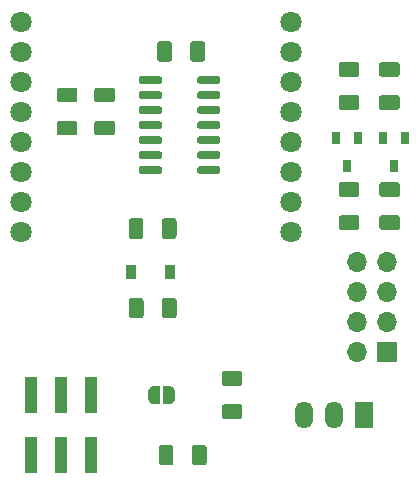
<source format=gts>
G04 #@! TF.GenerationSoftware,KiCad,Pcbnew,(5.1.5-0-10_14)*
G04 #@! TF.CreationDate,2020-04-22T00:34:19+02:00*
G04 #@! TF.ProjectId,ithowifi,6974686f-7769-4666-992e-6b696361645f,rev?*
G04 #@! TF.SameCoordinates,Original*
G04 #@! TF.FileFunction,Soldermask,Top*
G04 #@! TF.FilePolarity,Negative*
%FSLAX46Y46*%
G04 Gerber Fmt 4.6, Leading zero omitted, Abs format (unit mm)*
G04 Created by KiCad (PCBNEW (5.1.5-0-10_14)) date 2020-04-22 00:34:19*
%MOMM*%
%LPD*%
G04 APERTURE LIST*
%ADD10C,0.100000*%
%ADD11R,0.700000X1.000000*%
%ADD12R,1.000000X3.150000*%
%ADD13R,0.900000X1.200000*%
%ADD14O,1.500000X2.300000*%
%ADD15R,1.500000X2.300000*%
%ADD16C,1.800000*%
%ADD17R,1.700000X1.700000*%
%ADD18O,1.700000X1.700000*%
G04 APERTURE END LIST*
D10*
G36*
X95645504Y-115451204D02*
G01*
X95669773Y-115454804D01*
X95693571Y-115460765D01*
X95716671Y-115469030D01*
X95738849Y-115479520D01*
X95759893Y-115492133D01*
X95779598Y-115506747D01*
X95797777Y-115523223D01*
X95814253Y-115541402D01*
X95828867Y-115561107D01*
X95841480Y-115582151D01*
X95851970Y-115604329D01*
X95860235Y-115627429D01*
X95866196Y-115651227D01*
X95869796Y-115675496D01*
X95871000Y-115700000D01*
X95871000Y-116450000D01*
X95869796Y-116474504D01*
X95866196Y-116498773D01*
X95860235Y-116522571D01*
X95851970Y-116545671D01*
X95841480Y-116567849D01*
X95828867Y-116588893D01*
X95814253Y-116608598D01*
X95797777Y-116626777D01*
X95779598Y-116643253D01*
X95759893Y-116657867D01*
X95738849Y-116670480D01*
X95716671Y-116680970D01*
X95693571Y-116689235D01*
X95669773Y-116695196D01*
X95645504Y-116698796D01*
X95621000Y-116700000D01*
X94371000Y-116700000D01*
X94346496Y-116698796D01*
X94322227Y-116695196D01*
X94298429Y-116689235D01*
X94275329Y-116680970D01*
X94253151Y-116670480D01*
X94232107Y-116657867D01*
X94212402Y-116643253D01*
X94194223Y-116626777D01*
X94177747Y-116608598D01*
X94163133Y-116588893D01*
X94150520Y-116567849D01*
X94140030Y-116545671D01*
X94131765Y-116522571D01*
X94125804Y-116498773D01*
X94122204Y-116474504D01*
X94121000Y-116450000D01*
X94121000Y-115700000D01*
X94122204Y-115675496D01*
X94125804Y-115651227D01*
X94131765Y-115627429D01*
X94140030Y-115604329D01*
X94150520Y-115582151D01*
X94163133Y-115561107D01*
X94177747Y-115541402D01*
X94194223Y-115523223D01*
X94212402Y-115506747D01*
X94232107Y-115492133D01*
X94253151Y-115479520D01*
X94275329Y-115469030D01*
X94298429Y-115460765D01*
X94322227Y-115454804D01*
X94346496Y-115451204D01*
X94371000Y-115450000D01*
X95621000Y-115450000D01*
X95645504Y-115451204D01*
G37*
G36*
X95645504Y-118251204D02*
G01*
X95669773Y-118254804D01*
X95693571Y-118260765D01*
X95716671Y-118269030D01*
X95738849Y-118279520D01*
X95759893Y-118292133D01*
X95779598Y-118306747D01*
X95797777Y-118323223D01*
X95814253Y-118341402D01*
X95828867Y-118361107D01*
X95841480Y-118382151D01*
X95851970Y-118404329D01*
X95860235Y-118427429D01*
X95866196Y-118451227D01*
X95869796Y-118475496D01*
X95871000Y-118500000D01*
X95871000Y-119250000D01*
X95869796Y-119274504D01*
X95866196Y-119298773D01*
X95860235Y-119322571D01*
X95851970Y-119345671D01*
X95841480Y-119367849D01*
X95828867Y-119388893D01*
X95814253Y-119408598D01*
X95797777Y-119426777D01*
X95779598Y-119443253D01*
X95759893Y-119457867D01*
X95738849Y-119470480D01*
X95716671Y-119480970D01*
X95693571Y-119489235D01*
X95669773Y-119495196D01*
X95645504Y-119498796D01*
X95621000Y-119500000D01*
X94371000Y-119500000D01*
X94346496Y-119498796D01*
X94322227Y-119495196D01*
X94298429Y-119489235D01*
X94275329Y-119480970D01*
X94253151Y-119470480D01*
X94232107Y-119457867D01*
X94212402Y-119443253D01*
X94194223Y-119426777D01*
X94177747Y-119408598D01*
X94163133Y-119388893D01*
X94150520Y-119367849D01*
X94140030Y-119345671D01*
X94131765Y-119322571D01*
X94125804Y-119298773D01*
X94122204Y-119274504D01*
X94121000Y-119250000D01*
X94121000Y-118500000D01*
X94122204Y-118475496D01*
X94125804Y-118451227D01*
X94131765Y-118427429D01*
X94140030Y-118404329D01*
X94150520Y-118382151D01*
X94163133Y-118361107D01*
X94177747Y-118341402D01*
X94194223Y-118323223D01*
X94212402Y-118306747D01*
X94232107Y-118292133D01*
X94253151Y-118279520D01*
X94275329Y-118269030D01*
X94298429Y-118260765D01*
X94322227Y-118254804D01*
X94346496Y-118251204D01*
X94371000Y-118250000D01*
X95621000Y-118250000D01*
X95645504Y-118251204D01*
G37*
G36*
X98820504Y-115451204D02*
G01*
X98844773Y-115454804D01*
X98868571Y-115460765D01*
X98891671Y-115469030D01*
X98913849Y-115479520D01*
X98934893Y-115492133D01*
X98954598Y-115506747D01*
X98972777Y-115523223D01*
X98989253Y-115541402D01*
X99003867Y-115561107D01*
X99016480Y-115582151D01*
X99026970Y-115604329D01*
X99035235Y-115627429D01*
X99041196Y-115651227D01*
X99044796Y-115675496D01*
X99046000Y-115700000D01*
X99046000Y-116450000D01*
X99044796Y-116474504D01*
X99041196Y-116498773D01*
X99035235Y-116522571D01*
X99026970Y-116545671D01*
X99016480Y-116567849D01*
X99003867Y-116588893D01*
X98989253Y-116608598D01*
X98972777Y-116626777D01*
X98954598Y-116643253D01*
X98934893Y-116657867D01*
X98913849Y-116670480D01*
X98891671Y-116680970D01*
X98868571Y-116689235D01*
X98844773Y-116695196D01*
X98820504Y-116698796D01*
X98796000Y-116700000D01*
X97546000Y-116700000D01*
X97521496Y-116698796D01*
X97497227Y-116695196D01*
X97473429Y-116689235D01*
X97450329Y-116680970D01*
X97428151Y-116670480D01*
X97407107Y-116657867D01*
X97387402Y-116643253D01*
X97369223Y-116626777D01*
X97352747Y-116608598D01*
X97338133Y-116588893D01*
X97325520Y-116567849D01*
X97315030Y-116545671D01*
X97306765Y-116522571D01*
X97300804Y-116498773D01*
X97297204Y-116474504D01*
X97296000Y-116450000D01*
X97296000Y-115700000D01*
X97297204Y-115675496D01*
X97300804Y-115651227D01*
X97306765Y-115627429D01*
X97315030Y-115604329D01*
X97325520Y-115582151D01*
X97338133Y-115561107D01*
X97352747Y-115541402D01*
X97369223Y-115523223D01*
X97387402Y-115506747D01*
X97407107Y-115492133D01*
X97428151Y-115479520D01*
X97450329Y-115469030D01*
X97473429Y-115460765D01*
X97497227Y-115454804D01*
X97521496Y-115451204D01*
X97546000Y-115450000D01*
X98796000Y-115450000D01*
X98820504Y-115451204D01*
G37*
G36*
X98820504Y-118251204D02*
G01*
X98844773Y-118254804D01*
X98868571Y-118260765D01*
X98891671Y-118269030D01*
X98913849Y-118279520D01*
X98934893Y-118292133D01*
X98954598Y-118306747D01*
X98972777Y-118323223D01*
X98989253Y-118341402D01*
X99003867Y-118361107D01*
X99016480Y-118382151D01*
X99026970Y-118404329D01*
X99035235Y-118427429D01*
X99041196Y-118451227D01*
X99044796Y-118475496D01*
X99046000Y-118500000D01*
X99046000Y-119250000D01*
X99044796Y-119274504D01*
X99041196Y-119298773D01*
X99035235Y-119322571D01*
X99026970Y-119345671D01*
X99016480Y-119367849D01*
X99003867Y-119388893D01*
X98989253Y-119408598D01*
X98972777Y-119426777D01*
X98954598Y-119443253D01*
X98934893Y-119457867D01*
X98913849Y-119470480D01*
X98891671Y-119480970D01*
X98868571Y-119489235D01*
X98844773Y-119495196D01*
X98820504Y-119498796D01*
X98796000Y-119500000D01*
X97546000Y-119500000D01*
X97521496Y-119498796D01*
X97497227Y-119495196D01*
X97473429Y-119489235D01*
X97450329Y-119480970D01*
X97428151Y-119470480D01*
X97407107Y-119457867D01*
X97387402Y-119443253D01*
X97369223Y-119426777D01*
X97352747Y-119408598D01*
X97338133Y-119388893D01*
X97325520Y-119367849D01*
X97315030Y-119345671D01*
X97306765Y-119322571D01*
X97300804Y-119298773D01*
X97297204Y-119274504D01*
X97296000Y-119250000D01*
X97296000Y-118500000D01*
X97297204Y-118475496D01*
X97300804Y-118451227D01*
X97306765Y-118427429D01*
X97315030Y-118404329D01*
X97325520Y-118382151D01*
X97338133Y-118361107D01*
X97352747Y-118341402D01*
X97369223Y-118323223D01*
X97387402Y-118306747D01*
X97407107Y-118292133D01*
X97428151Y-118279520D01*
X97450329Y-118269030D01*
X97473429Y-118260765D01*
X97497227Y-118254804D01*
X97521496Y-118251204D01*
X97546000Y-118250000D01*
X98796000Y-118250000D01*
X98820504Y-118251204D01*
G37*
D11*
X122682000Y-122104000D03*
X121732000Y-119704000D03*
X123632000Y-119704000D03*
D10*
G36*
X106447504Y-111521204D02*
G01*
X106471773Y-111524804D01*
X106495571Y-111530765D01*
X106518671Y-111539030D01*
X106540849Y-111549520D01*
X106561893Y-111562133D01*
X106581598Y-111576747D01*
X106599777Y-111593223D01*
X106616253Y-111611402D01*
X106630867Y-111631107D01*
X106643480Y-111652151D01*
X106653970Y-111674329D01*
X106662235Y-111697429D01*
X106668196Y-111721227D01*
X106671796Y-111745496D01*
X106673000Y-111770000D01*
X106673000Y-113020000D01*
X106671796Y-113044504D01*
X106668196Y-113068773D01*
X106662235Y-113092571D01*
X106653970Y-113115671D01*
X106643480Y-113137849D01*
X106630867Y-113158893D01*
X106616253Y-113178598D01*
X106599777Y-113196777D01*
X106581598Y-113213253D01*
X106561893Y-113227867D01*
X106540849Y-113240480D01*
X106518671Y-113250970D01*
X106495571Y-113259235D01*
X106471773Y-113265196D01*
X106447504Y-113268796D01*
X106423000Y-113270000D01*
X105673000Y-113270000D01*
X105648496Y-113268796D01*
X105624227Y-113265196D01*
X105600429Y-113259235D01*
X105577329Y-113250970D01*
X105555151Y-113240480D01*
X105534107Y-113227867D01*
X105514402Y-113213253D01*
X105496223Y-113196777D01*
X105479747Y-113178598D01*
X105465133Y-113158893D01*
X105452520Y-113137849D01*
X105442030Y-113115671D01*
X105433765Y-113092571D01*
X105427804Y-113068773D01*
X105424204Y-113044504D01*
X105423000Y-113020000D01*
X105423000Y-111770000D01*
X105424204Y-111745496D01*
X105427804Y-111721227D01*
X105433765Y-111697429D01*
X105442030Y-111674329D01*
X105452520Y-111652151D01*
X105465133Y-111631107D01*
X105479747Y-111611402D01*
X105496223Y-111593223D01*
X105514402Y-111576747D01*
X105534107Y-111562133D01*
X105555151Y-111549520D01*
X105577329Y-111539030D01*
X105600429Y-111530765D01*
X105624227Y-111524804D01*
X105648496Y-111521204D01*
X105673000Y-111520000D01*
X106423000Y-111520000D01*
X106447504Y-111521204D01*
G37*
G36*
X103647504Y-111521204D02*
G01*
X103671773Y-111524804D01*
X103695571Y-111530765D01*
X103718671Y-111539030D01*
X103740849Y-111549520D01*
X103761893Y-111562133D01*
X103781598Y-111576747D01*
X103799777Y-111593223D01*
X103816253Y-111611402D01*
X103830867Y-111631107D01*
X103843480Y-111652151D01*
X103853970Y-111674329D01*
X103862235Y-111697429D01*
X103868196Y-111721227D01*
X103871796Y-111745496D01*
X103873000Y-111770000D01*
X103873000Y-113020000D01*
X103871796Y-113044504D01*
X103868196Y-113068773D01*
X103862235Y-113092571D01*
X103853970Y-113115671D01*
X103843480Y-113137849D01*
X103830867Y-113158893D01*
X103816253Y-113178598D01*
X103799777Y-113196777D01*
X103781598Y-113213253D01*
X103761893Y-113227867D01*
X103740849Y-113240480D01*
X103718671Y-113250970D01*
X103695571Y-113259235D01*
X103671773Y-113265196D01*
X103647504Y-113268796D01*
X103623000Y-113270000D01*
X102873000Y-113270000D01*
X102848496Y-113268796D01*
X102824227Y-113265196D01*
X102800429Y-113259235D01*
X102777329Y-113250970D01*
X102755151Y-113240480D01*
X102734107Y-113227867D01*
X102714402Y-113213253D01*
X102696223Y-113196777D01*
X102679747Y-113178598D01*
X102665133Y-113158893D01*
X102652520Y-113137849D01*
X102642030Y-113115671D01*
X102633765Y-113092571D01*
X102627804Y-113068773D01*
X102624204Y-113044504D01*
X102623000Y-113020000D01*
X102623000Y-111770000D01*
X102624204Y-111745496D01*
X102627804Y-111721227D01*
X102633765Y-111697429D01*
X102642030Y-111674329D01*
X102652520Y-111652151D01*
X102665133Y-111631107D01*
X102679747Y-111611402D01*
X102696223Y-111593223D01*
X102714402Y-111576747D01*
X102734107Y-111562133D01*
X102755151Y-111549520D01*
X102777329Y-111539030D01*
X102800429Y-111530765D01*
X102824227Y-111524804D01*
X102848496Y-111521204D01*
X102873000Y-111520000D01*
X103623000Y-111520000D01*
X103647504Y-111521204D01*
G37*
G36*
X107835703Y-114508722D02*
G01*
X107850264Y-114510882D01*
X107864543Y-114514459D01*
X107878403Y-114519418D01*
X107891710Y-114525712D01*
X107904336Y-114533280D01*
X107916159Y-114542048D01*
X107927066Y-114551934D01*
X107936952Y-114562841D01*
X107945720Y-114574664D01*
X107953288Y-114587290D01*
X107959582Y-114600597D01*
X107964541Y-114614457D01*
X107968118Y-114628736D01*
X107970278Y-114643297D01*
X107971000Y-114658000D01*
X107971000Y-114958000D01*
X107970278Y-114972703D01*
X107968118Y-114987264D01*
X107964541Y-115001543D01*
X107959582Y-115015403D01*
X107953288Y-115028710D01*
X107945720Y-115041336D01*
X107936952Y-115053159D01*
X107927066Y-115064066D01*
X107916159Y-115073952D01*
X107904336Y-115082720D01*
X107891710Y-115090288D01*
X107878403Y-115096582D01*
X107864543Y-115101541D01*
X107850264Y-115105118D01*
X107835703Y-115107278D01*
X107821000Y-115108000D01*
X106171000Y-115108000D01*
X106156297Y-115107278D01*
X106141736Y-115105118D01*
X106127457Y-115101541D01*
X106113597Y-115096582D01*
X106100290Y-115090288D01*
X106087664Y-115082720D01*
X106075841Y-115073952D01*
X106064934Y-115064066D01*
X106055048Y-115053159D01*
X106046280Y-115041336D01*
X106038712Y-115028710D01*
X106032418Y-115015403D01*
X106027459Y-115001543D01*
X106023882Y-114987264D01*
X106021722Y-114972703D01*
X106021000Y-114958000D01*
X106021000Y-114658000D01*
X106021722Y-114643297D01*
X106023882Y-114628736D01*
X106027459Y-114614457D01*
X106032418Y-114600597D01*
X106038712Y-114587290D01*
X106046280Y-114574664D01*
X106055048Y-114562841D01*
X106064934Y-114551934D01*
X106075841Y-114542048D01*
X106087664Y-114533280D01*
X106100290Y-114525712D01*
X106113597Y-114519418D01*
X106127457Y-114514459D01*
X106141736Y-114510882D01*
X106156297Y-114508722D01*
X106171000Y-114508000D01*
X107821000Y-114508000D01*
X107835703Y-114508722D01*
G37*
G36*
X107835703Y-115778722D02*
G01*
X107850264Y-115780882D01*
X107864543Y-115784459D01*
X107878403Y-115789418D01*
X107891710Y-115795712D01*
X107904336Y-115803280D01*
X107916159Y-115812048D01*
X107927066Y-115821934D01*
X107936952Y-115832841D01*
X107945720Y-115844664D01*
X107953288Y-115857290D01*
X107959582Y-115870597D01*
X107964541Y-115884457D01*
X107968118Y-115898736D01*
X107970278Y-115913297D01*
X107971000Y-115928000D01*
X107971000Y-116228000D01*
X107970278Y-116242703D01*
X107968118Y-116257264D01*
X107964541Y-116271543D01*
X107959582Y-116285403D01*
X107953288Y-116298710D01*
X107945720Y-116311336D01*
X107936952Y-116323159D01*
X107927066Y-116334066D01*
X107916159Y-116343952D01*
X107904336Y-116352720D01*
X107891710Y-116360288D01*
X107878403Y-116366582D01*
X107864543Y-116371541D01*
X107850264Y-116375118D01*
X107835703Y-116377278D01*
X107821000Y-116378000D01*
X106171000Y-116378000D01*
X106156297Y-116377278D01*
X106141736Y-116375118D01*
X106127457Y-116371541D01*
X106113597Y-116366582D01*
X106100290Y-116360288D01*
X106087664Y-116352720D01*
X106075841Y-116343952D01*
X106064934Y-116334066D01*
X106055048Y-116323159D01*
X106046280Y-116311336D01*
X106038712Y-116298710D01*
X106032418Y-116285403D01*
X106027459Y-116271543D01*
X106023882Y-116257264D01*
X106021722Y-116242703D01*
X106021000Y-116228000D01*
X106021000Y-115928000D01*
X106021722Y-115913297D01*
X106023882Y-115898736D01*
X106027459Y-115884457D01*
X106032418Y-115870597D01*
X106038712Y-115857290D01*
X106046280Y-115844664D01*
X106055048Y-115832841D01*
X106064934Y-115821934D01*
X106075841Y-115812048D01*
X106087664Y-115803280D01*
X106100290Y-115795712D01*
X106113597Y-115789418D01*
X106127457Y-115784459D01*
X106141736Y-115780882D01*
X106156297Y-115778722D01*
X106171000Y-115778000D01*
X107821000Y-115778000D01*
X107835703Y-115778722D01*
G37*
G36*
X107835703Y-117048722D02*
G01*
X107850264Y-117050882D01*
X107864543Y-117054459D01*
X107878403Y-117059418D01*
X107891710Y-117065712D01*
X107904336Y-117073280D01*
X107916159Y-117082048D01*
X107927066Y-117091934D01*
X107936952Y-117102841D01*
X107945720Y-117114664D01*
X107953288Y-117127290D01*
X107959582Y-117140597D01*
X107964541Y-117154457D01*
X107968118Y-117168736D01*
X107970278Y-117183297D01*
X107971000Y-117198000D01*
X107971000Y-117498000D01*
X107970278Y-117512703D01*
X107968118Y-117527264D01*
X107964541Y-117541543D01*
X107959582Y-117555403D01*
X107953288Y-117568710D01*
X107945720Y-117581336D01*
X107936952Y-117593159D01*
X107927066Y-117604066D01*
X107916159Y-117613952D01*
X107904336Y-117622720D01*
X107891710Y-117630288D01*
X107878403Y-117636582D01*
X107864543Y-117641541D01*
X107850264Y-117645118D01*
X107835703Y-117647278D01*
X107821000Y-117648000D01*
X106171000Y-117648000D01*
X106156297Y-117647278D01*
X106141736Y-117645118D01*
X106127457Y-117641541D01*
X106113597Y-117636582D01*
X106100290Y-117630288D01*
X106087664Y-117622720D01*
X106075841Y-117613952D01*
X106064934Y-117604066D01*
X106055048Y-117593159D01*
X106046280Y-117581336D01*
X106038712Y-117568710D01*
X106032418Y-117555403D01*
X106027459Y-117541543D01*
X106023882Y-117527264D01*
X106021722Y-117512703D01*
X106021000Y-117498000D01*
X106021000Y-117198000D01*
X106021722Y-117183297D01*
X106023882Y-117168736D01*
X106027459Y-117154457D01*
X106032418Y-117140597D01*
X106038712Y-117127290D01*
X106046280Y-117114664D01*
X106055048Y-117102841D01*
X106064934Y-117091934D01*
X106075841Y-117082048D01*
X106087664Y-117073280D01*
X106100290Y-117065712D01*
X106113597Y-117059418D01*
X106127457Y-117054459D01*
X106141736Y-117050882D01*
X106156297Y-117048722D01*
X106171000Y-117048000D01*
X107821000Y-117048000D01*
X107835703Y-117048722D01*
G37*
G36*
X107835703Y-118318722D02*
G01*
X107850264Y-118320882D01*
X107864543Y-118324459D01*
X107878403Y-118329418D01*
X107891710Y-118335712D01*
X107904336Y-118343280D01*
X107916159Y-118352048D01*
X107927066Y-118361934D01*
X107936952Y-118372841D01*
X107945720Y-118384664D01*
X107953288Y-118397290D01*
X107959582Y-118410597D01*
X107964541Y-118424457D01*
X107968118Y-118438736D01*
X107970278Y-118453297D01*
X107971000Y-118468000D01*
X107971000Y-118768000D01*
X107970278Y-118782703D01*
X107968118Y-118797264D01*
X107964541Y-118811543D01*
X107959582Y-118825403D01*
X107953288Y-118838710D01*
X107945720Y-118851336D01*
X107936952Y-118863159D01*
X107927066Y-118874066D01*
X107916159Y-118883952D01*
X107904336Y-118892720D01*
X107891710Y-118900288D01*
X107878403Y-118906582D01*
X107864543Y-118911541D01*
X107850264Y-118915118D01*
X107835703Y-118917278D01*
X107821000Y-118918000D01*
X106171000Y-118918000D01*
X106156297Y-118917278D01*
X106141736Y-118915118D01*
X106127457Y-118911541D01*
X106113597Y-118906582D01*
X106100290Y-118900288D01*
X106087664Y-118892720D01*
X106075841Y-118883952D01*
X106064934Y-118874066D01*
X106055048Y-118863159D01*
X106046280Y-118851336D01*
X106038712Y-118838710D01*
X106032418Y-118825403D01*
X106027459Y-118811543D01*
X106023882Y-118797264D01*
X106021722Y-118782703D01*
X106021000Y-118768000D01*
X106021000Y-118468000D01*
X106021722Y-118453297D01*
X106023882Y-118438736D01*
X106027459Y-118424457D01*
X106032418Y-118410597D01*
X106038712Y-118397290D01*
X106046280Y-118384664D01*
X106055048Y-118372841D01*
X106064934Y-118361934D01*
X106075841Y-118352048D01*
X106087664Y-118343280D01*
X106100290Y-118335712D01*
X106113597Y-118329418D01*
X106127457Y-118324459D01*
X106141736Y-118320882D01*
X106156297Y-118318722D01*
X106171000Y-118318000D01*
X107821000Y-118318000D01*
X107835703Y-118318722D01*
G37*
G36*
X107835703Y-119588722D02*
G01*
X107850264Y-119590882D01*
X107864543Y-119594459D01*
X107878403Y-119599418D01*
X107891710Y-119605712D01*
X107904336Y-119613280D01*
X107916159Y-119622048D01*
X107927066Y-119631934D01*
X107936952Y-119642841D01*
X107945720Y-119654664D01*
X107953288Y-119667290D01*
X107959582Y-119680597D01*
X107964541Y-119694457D01*
X107968118Y-119708736D01*
X107970278Y-119723297D01*
X107971000Y-119738000D01*
X107971000Y-120038000D01*
X107970278Y-120052703D01*
X107968118Y-120067264D01*
X107964541Y-120081543D01*
X107959582Y-120095403D01*
X107953288Y-120108710D01*
X107945720Y-120121336D01*
X107936952Y-120133159D01*
X107927066Y-120144066D01*
X107916159Y-120153952D01*
X107904336Y-120162720D01*
X107891710Y-120170288D01*
X107878403Y-120176582D01*
X107864543Y-120181541D01*
X107850264Y-120185118D01*
X107835703Y-120187278D01*
X107821000Y-120188000D01*
X106171000Y-120188000D01*
X106156297Y-120187278D01*
X106141736Y-120185118D01*
X106127457Y-120181541D01*
X106113597Y-120176582D01*
X106100290Y-120170288D01*
X106087664Y-120162720D01*
X106075841Y-120153952D01*
X106064934Y-120144066D01*
X106055048Y-120133159D01*
X106046280Y-120121336D01*
X106038712Y-120108710D01*
X106032418Y-120095403D01*
X106027459Y-120081543D01*
X106023882Y-120067264D01*
X106021722Y-120052703D01*
X106021000Y-120038000D01*
X106021000Y-119738000D01*
X106021722Y-119723297D01*
X106023882Y-119708736D01*
X106027459Y-119694457D01*
X106032418Y-119680597D01*
X106038712Y-119667290D01*
X106046280Y-119654664D01*
X106055048Y-119642841D01*
X106064934Y-119631934D01*
X106075841Y-119622048D01*
X106087664Y-119613280D01*
X106100290Y-119605712D01*
X106113597Y-119599418D01*
X106127457Y-119594459D01*
X106141736Y-119590882D01*
X106156297Y-119588722D01*
X106171000Y-119588000D01*
X107821000Y-119588000D01*
X107835703Y-119588722D01*
G37*
G36*
X107835703Y-120858722D02*
G01*
X107850264Y-120860882D01*
X107864543Y-120864459D01*
X107878403Y-120869418D01*
X107891710Y-120875712D01*
X107904336Y-120883280D01*
X107916159Y-120892048D01*
X107927066Y-120901934D01*
X107936952Y-120912841D01*
X107945720Y-120924664D01*
X107953288Y-120937290D01*
X107959582Y-120950597D01*
X107964541Y-120964457D01*
X107968118Y-120978736D01*
X107970278Y-120993297D01*
X107971000Y-121008000D01*
X107971000Y-121308000D01*
X107970278Y-121322703D01*
X107968118Y-121337264D01*
X107964541Y-121351543D01*
X107959582Y-121365403D01*
X107953288Y-121378710D01*
X107945720Y-121391336D01*
X107936952Y-121403159D01*
X107927066Y-121414066D01*
X107916159Y-121423952D01*
X107904336Y-121432720D01*
X107891710Y-121440288D01*
X107878403Y-121446582D01*
X107864543Y-121451541D01*
X107850264Y-121455118D01*
X107835703Y-121457278D01*
X107821000Y-121458000D01*
X106171000Y-121458000D01*
X106156297Y-121457278D01*
X106141736Y-121455118D01*
X106127457Y-121451541D01*
X106113597Y-121446582D01*
X106100290Y-121440288D01*
X106087664Y-121432720D01*
X106075841Y-121423952D01*
X106064934Y-121414066D01*
X106055048Y-121403159D01*
X106046280Y-121391336D01*
X106038712Y-121378710D01*
X106032418Y-121365403D01*
X106027459Y-121351543D01*
X106023882Y-121337264D01*
X106021722Y-121322703D01*
X106021000Y-121308000D01*
X106021000Y-121008000D01*
X106021722Y-120993297D01*
X106023882Y-120978736D01*
X106027459Y-120964457D01*
X106032418Y-120950597D01*
X106038712Y-120937290D01*
X106046280Y-120924664D01*
X106055048Y-120912841D01*
X106064934Y-120901934D01*
X106075841Y-120892048D01*
X106087664Y-120883280D01*
X106100290Y-120875712D01*
X106113597Y-120869418D01*
X106127457Y-120864459D01*
X106141736Y-120860882D01*
X106156297Y-120858722D01*
X106171000Y-120858000D01*
X107821000Y-120858000D01*
X107835703Y-120858722D01*
G37*
G36*
X107835703Y-122128722D02*
G01*
X107850264Y-122130882D01*
X107864543Y-122134459D01*
X107878403Y-122139418D01*
X107891710Y-122145712D01*
X107904336Y-122153280D01*
X107916159Y-122162048D01*
X107927066Y-122171934D01*
X107936952Y-122182841D01*
X107945720Y-122194664D01*
X107953288Y-122207290D01*
X107959582Y-122220597D01*
X107964541Y-122234457D01*
X107968118Y-122248736D01*
X107970278Y-122263297D01*
X107971000Y-122278000D01*
X107971000Y-122578000D01*
X107970278Y-122592703D01*
X107968118Y-122607264D01*
X107964541Y-122621543D01*
X107959582Y-122635403D01*
X107953288Y-122648710D01*
X107945720Y-122661336D01*
X107936952Y-122673159D01*
X107927066Y-122684066D01*
X107916159Y-122693952D01*
X107904336Y-122702720D01*
X107891710Y-122710288D01*
X107878403Y-122716582D01*
X107864543Y-122721541D01*
X107850264Y-122725118D01*
X107835703Y-122727278D01*
X107821000Y-122728000D01*
X106171000Y-122728000D01*
X106156297Y-122727278D01*
X106141736Y-122725118D01*
X106127457Y-122721541D01*
X106113597Y-122716582D01*
X106100290Y-122710288D01*
X106087664Y-122702720D01*
X106075841Y-122693952D01*
X106064934Y-122684066D01*
X106055048Y-122673159D01*
X106046280Y-122661336D01*
X106038712Y-122648710D01*
X106032418Y-122635403D01*
X106027459Y-122621543D01*
X106023882Y-122607264D01*
X106021722Y-122592703D01*
X106021000Y-122578000D01*
X106021000Y-122278000D01*
X106021722Y-122263297D01*
X106023882Y-122248736D01*
X106027459Y-122234457D01*
X106032418Y-122220597D01*
X106038712Y-122207290D01*
X106046280Y-122194664D01*
X106055048Y-122182841D01*
X106064934Y-122171934D01*
X106075841Y-122162048D01*
X106087664Y-122153280D01*
X106100290Y-122145712D01*
X106113597Y-122139418D01*
X106127457Y-122134459D01*
X106141736Y-122130882D01*
X106156297Y-122128722D01*
X106171000Y-122128000D01*
X107821000Y-122128000D01*
X107835703Y-122128722D01*
G37*
G36*
X102885703Y-122128722D02*
G01*
X102900264Y-122130882D01*
X102914543Y-122134459D01*
X102928403Y-122139418D01*
X102941710Y-122145712D01*
X102954336Y-122153280D01*
X102966159Y-122162048D01*
X102977066Y-122171934D01*
X102986952Y-122182841D01*
X102995720Y-122194664D01*
X103003288Y-122207290D01*
X103009582Y-122220597D01*
X103014541Y-122234457D01*
X103018118Y-122248736D01*
X103020278Y-122263297D01*
X103021000Y-122278000D01*
X103021000Y-122578000D01*
X103020278Y-122592703D01*
X103018118Y-122607264D01*
X103014541Y-122621543D01*
X103009582Y-122635403D01*
X103003288Y-122648710D01*
X102995720Y-122661336D01*
X102986952Y-122673159D01*
X102977066Y-122684066D01*
X102966159Y-122693952D01*
X102954336Y-122702720D01*
X102941710Y-122710288D01*
X102928403Y-122716582D01*
X102914543Y-122721541D01*
X102900264Y-122725118D01*
X102885703Y-122727278D01*
X102871000Y-122728000D01*
X101221000Y-122728000D01*
X101206297Y-122727278D01*
X101191736Y-122725118D01*
X101177457Y-122721541D01*
X101163597Y-122716582D01*
X101150290Y-122710288D01*
X101137664Y-122702720D01*
X101125841Y-122693952D01*
X101114934Y-122684066D01*
X101105048Y-122673159D01*
X101096280Y-122661336D01*
X101088712Y-122648710D01*
X101082418Y-122635403D01*
X101077459Y-122621543D01*
X101073882Y-122607264D01*
X101071722Y-122592703D01*
X101071000Y-122578000D01*
X101071000Y-122278000D01*
X101071722Y-122263297D01*
X101073882Y-122248736D01*
X101077459Y-122234457D01*
X101082418Y-122220597D01*
X101088712Y-122207290D01*
X101096280Y-122194664D01*
X101105048Y-122182841D01*
X101114934Y-122171934D01*
X101125841Y-122162048D01*
X101137664Y-122153280D01*
X101150290Y-122145712D01*
X101163597Y-122139418D01*
X101177457Y-122134459D01*
X101191736Y-122130882D01*
X101206297Y-122128722D01*
X101221000Y-122128000D01*
X102871000Y-122128000D01*
X102885703Y-122128722D01*
G37*
G36*
X102885703Y-120858722D02*
G01*
X102900264Y-120860882D01*
X102914543Y-120864459D01*
X102928403Y-120869418D01*
X102941710Y-120875712D01*
X102954336Y-120883280D01*
X102966159Y-120892048D01*
X102977066Y-120901934D01*
X102986952Y-120912841D01*
X102995720Y-120924664D01*
X103003288Y-120937290D01*
X103009582Y-120950597D01*
X103014541Y-120964457D01*
X103018118Y-120978736D01*
X103020278Y-120993297D01*
X103021000Y-121008000D01*
X103021000Y-121308000D01*
X103020278Y-121322703D01*
X103018118Y-121337264D01*
X103014541Y-121351543D01*
X103009582Y-121365403D01*
X103003288Y-121378710D01*
X102995720Y-121391336D01*
X102986952Y-121403159D01*
X102977066Y-121414066D01*
X102966159Y-121423952D01*
X102954336Y-121432720D01*
X102941710Y-121440288D01*
X102928403Y-121446582D01*
X102914543Y-121451541D01*
X102900264Y-121455118D01*
X102885703Y-121457278D01*
X102871000Y-121458000D01*
X101221000Y-121458000D01*
X101206297Y-121457278D01*
X101191736Y-121455118D01*
X101177457Y-121451541D01*
X101163597Y-121446582D01*
X101150290Y-121440288D01*
X101137664Y-121432720D01*
X101125841Y-121423952D01*
X101114934Y-121414066D01*
X101105048Y-121403159D01*
X101096280Y-121391336D01*
X101088712Y-121378710D01*
X101082418Y-121365403D01*
X101077459Y-121351543D01*
X101073882Y-121337264D01*
X101071722Y-121322703D01*
X101071000Y-121308000D01*
X101071000Y-121008000D01*
X101071722Y-120993297D01*
X101073882Y-120978736D01*
X101077459Y-120964457D01*
X101082418Y-120950597D01*
X101088712Y-120937290D01*
X101096280Y-120924664D01*
X101105048Y-120912841D01*
X101114934Y-120901934D01*
X101125841Y-120892048D01*
X101137664Y-120883280D01*
X101150290Y-120875712D01*
X101163597Y-120869418D01*
X101177457Y-120864459D01*
X101191736Y-120860882D01*
X101206297Y-120858722D01*
X101221000Y-120858000D01*
X102871000Y-120858000D01*
X102885703Y-120858722D01*
G37*
G36*
X102885703Y-119588722D02*
G01*
X102900264Y-119590882D01*
X102914543Y-119594459D01*
X102928403Y-119599418D01*
X102941710Y-119605712D01*
X102954336Y-119613280D01*
X102966159Y-119622048D01*
X102977066Y-119631934D01*
X102986952Y-119642841D01*
X102995720Y-119654664D01*
X103003288Y-119667290D01*
X103009582Y-119680597D01*
X103014541Y-119694457D01*
X103018118Y-119708736D01*
X103020278Y-119723297D01*
X103021000Y-119738000D01*
X103021000Y-120038000D01*
X103020278Y-120052703D01*
X103018118Y-120067264D01*
X103014541Y-120081543D01*
X103009582Y-120095403D01*
X103003288Y-120108710D01*
X102995720Y-120121336D01*
X102986952Y-120133159D01*
X102977066Y-120144066D01*
X102966159Y-120153952D01*
X102954336Y-120162720D01*
X102941710Y-120170288D01*
X102928403Y-120176582D01*
X102914543Y-120181541D01*
X102900264Y-120185118D01*
X102885703Y-120187278D01*
X102871000Y-120188000D01*
X101221000Y-120188000D01*
X101206297Y-120187278D01*
X101191736Y-120185118D01*
X101177457Y-120181541D01*
X101163597Y-120176582D01*
X101150290Y-120170288D01*
X101137664Y-120162720D01*
X101125841Y-120153952D01*
X101114934Y-120144066D01*
X101105048Y-120133159D01*
X101096280Y-120121336D01*
X101088712Y-120108710D01*
X101082418Y-120095403D01*
X101077459Y-120081543D01*
X101073882Y-120067264D01*
X101071722Y-120052703D01*
X101071000Y-120038000D01*
X101071000Y-119738000D01*
X101071722Y-119723297D01*
X101073882Y-119708736D01*
X101077459Y-119694457D01*
X101082418Y-119680597D01*
X101088712Y-119667290D01*
X101096280Y-119654664D01*
X101105048Y-119642841D01*
X101114934Y-119631934D01*
X101125841Y-119622048D01*
X101137664Y-119613280D01*
X101150290Y-119605712D01*
X101163597Y-119599418D01*
X101177457Y-119594459D01*
X101191736Y-119590882D01*
X101206297Y-119588722D01*
X101221000Y-119588000D01*
X102871000Y-119588000D01*
X102885703Y-119588722D01*
G37*
G36*
X102885703Y-118318722D02*
G01*
X102900264Y-118320882D01*
X102914543Y-118324459D01*
X102928403Y-118329418D01*
X102941710Y-118335712D01*
X102954336Y-118343280D01*
X102966159Y-118352048D01*
X102977066Y-118361934D01*
X102986952Y-118372841D01*
X102995720Y-118384664D01*
X103003288Y-118397290D01*
X103009582Y-118410597D01*
X103014541Y-118424457D01*
X103018118Y-118438736D01*
X103020278Y-118453297D01*
X103021000Y-118468000D01*
X103021000Y-118768000D01*
X103020278Y-118782703D01*
X103018118Y-118797264D01*
X103014541Y-118811543D01*
X103009582Y-118825403D01*
X103003288Y-118838710D01*
X102995720Y-118851336D01*
X102986952Y-118863159D01*
X102977066Y-118874066D01*
X102966159Y-118883952D01*
X102954336Y-118892720D01*
X102941710Y-118900288D01*
X102928403Y-118906582D01*
X102914543Y-118911541D01*
X102900264Y-118915118D01*
X102885703Y-118917278D01*
X102871000Y-118918000D01*
X101221000Y-118918000D01*
X101206297Y-118917278D01*
X101191736Y-118915118D01*
X101177457Y-118911541D01*
X101163597Y-118906582D01*
X101150290Y-118900288D01*
X101137664Y-118892720D01*
X101125841Y-118883952D01*
X101114934Y-118874066D01*
X101105048Y-118863159D01*
X101096280Y-118851336D01*
X101088712Y-118838710D01*
X101082418Y-118825403D01*
X101077459Y-118811543D01*
X101073882Y-118797264D01*
X101071722Y-118782703D01*
X101071000Y-118768000D01*
X101071000Y-118468000D01*
X101071722Y-118453297D01*
X101073882Y-118438736D01*
X101077459Y-118424457D01*
X101082418Y-118410597D01*
X101088712Y-118397290D01*
X101096280Y-118384664D01*
X101105048Y-118372841D01*
X101114934Y-118361934D01*
X101125841Y-118352048D01*
X101137664Y-118343280D01*
X101150290Y-118335712D01*
X101163597Y-118329418D01*
X101177457Y-118324459D01*
X101191736Y-118320882D01*
X101206297Y-118318722D01*
X101221000Y-118318000D01*
X102871000Y-118318000D01*
X102885703Y-118318722D01*
G37*
G36*
X102885703Y-117048722D02*
G01*
X102900264Y-117050882D01*
X102914543Y-117054459D01*
X102928403Y-117059418D01*
X102941710Y-117065712D01*
X102954336Y-117073280D01*
X102966159Y-117082048D01*
X102977066Y-117091934D01*
X102986952Y-117102841D01*
X102995720Y-117114664D01*
X103003288Y-117127290D01*
X103009582Y-117140597D01*
X103014541Y-117154457D01*
X103018118Y-117168736D01*
X103020278Y-117183297D01*
X103021000Y-117198000D01*
X103021000Y-117498000D01*
X103020278Y-117512703D01*
X103018118Y-117527264D01*
X103014541Y-117541543D01*
X103009582Y-117555403D01*
X103003288Y-117568710D01*
X102995720Y-117581336D01*
X102986952Y-117593159D01*
X102977066Y-117604066D01*
X102966159Y-117613952D01*
X102954336Y-117622720D01*
X102941710Y-117630288D01*
X102928403Y-117636582D01*
X102914543Y-117641541D01*
X102900264Y-117645118D01*
X102885703Y-117647278D01*
X102871000Y-117648000D01*
X101221000Y-117648000D01*
X101206297Y-117647278D01*
X101191736Y-117645118D01*
X101177457Y-117641541D01*
X101163597Y-117636582D01*
X101150290Y-117630288D01*
X101137664Y-117622720D01*
X101125841Y-117613952D01*
X101114934Y-117604066D01*
X101105048Y-117593159D01*
X101096280Y-117581336D01*
X101088712Y-117568710D01*
X101082418Y-117555403D01*
X101077459Y-117541543D01*
X101073882Y-117527264D01*
X101071722Y-117512703D01*
X101071000Y-117498000D01*
X101071000Y-117198000D01*
X101071722Y-117183297D01*
X101073882Y-117168736D01*
X101077459Y-117154457D01*
X101082418Y-117140597D01*
X101088712Y-117127290D01*
X101096280Y-117114664D01*
X101105048Y-117102841D01*
X101114934Y-117091934D01*
X101125841Y-117082048D01*
X101137664Y-117073280D01*
X101150290Y-117065712D01*
X101163597Y-117059418D01*
X101177457Y-117054459D01*
X101191736Y-117050882D01*
X101206297Y-117048722D01*
X101221000Y-117048000D01*
X102871000Y-117048000D01*
X102885703Y-117048722D01*
G37*
G36*
X102885703Y-115778722D02*
G01*
X102900264Y-115780882D01*
X102914543Y-115784459D01*
X102928403Y-115789418D01*
X102941710Y-115795712D01*
X102954336Y-115803280D01*
X102966159Y-115812048D01*
X102977066Y-115821934D01*
X102986952Y-115832841D01*
X102995720Y-115844664D01*
X103003288Y-115857290D01*
X103009582Y-115870597D01*
X103014541Y-115884457D01*
X103018118Y-115898736D01*
X103020278Y-115913297D01*
X103021000Y-115928000D01*
X103021000Y-116228000D01*
X103020278Y-116242703D01*
X103018118Y-116257264D01*
X103014541Y-116271543D01*
X103009582Y-116285403D01*
X103003288Y-116298710D01*
X102995720Y-116311336D01*
X102986952Y-116323159D01*
X102977066Y-116334066D01*
X102966159Y-116343952D01*
X102954336Y-116352720D01*
X102941710Y-116360288D01*
X102928403Y-116366582D01*
X102914543Y-116371541D01*
X102900264Y-116375118D01*
X102885703Y-116377278D01*
X102871000Y-116378000D01*
X101221000Y-116378000D01*
X101206297Y-116377278D01*
X101191736Y-116375118D01*
X101177457Y-116371541D01*
X101163597Y-116366582D01*
X101150290Y-116360288D01*
X101137664Y-116352720D01*
X101125841Y-116343952D01*
X101114934Y-116334066D01*
X101105048Y-116323159D01*
X101096280Y-116311336D01*
X101088712Y-116298710D01*
X101082418Y-116285403D01*
X101077459Y-116271543D01*
X101073882Y-116257264D01*
X101071722Y-116242703D01*
X101071000Y-116228000D01*
X101071000Y-115928000D01*
X101071722Y-115913297D01*
X101073882Y-115898736D01*
X101077459Y-115884457D01*
X101082418Y-115870597D01*
X101088712Y-115857290D01*
X101096280Y-115844664D01*
X101105048Y-115832841D01*
X101114934Y-115821934D01*
X101125841Y-115812048D01*
X101137664Y-115803280D01*
X101150290Y-115795712D01*
X101163597Y-115789418D01*
X101177457Y-115784459D01*
X101191736Y-115780882D01*
X101206297Y-115778722D01*
X101221000Y-115778000D01*
X102871000Y-115778000D01*
X102885703Y-115778722D01*
G37*
G36*
X102885703Y-114508722D02*
G01*
X102900264Y-114510882D01*
X102914543Y-114514459D01*
X102928403Y-114519418D01*
X102941710Y-114525712D01*
X102954336Y-114533280D01*
X102966159Y-114542048D01*
X102977066Y-114551934D01*
X102986952Y-114562841D01*
X102995720Y-114574664D01*
X103003288Y-114587290D01*
X103009582Y-114600597D01*
X103014541Y-114614457D01*
X103018118Y-114628736D01*
X103020278Y-114643297D01*
X103021000Y-114658000D01*
X103021000Y-114958000D01*
X103020278Y-114972703D01*
X103018118Y-114987264D01*
X103014541Y-115001543D01*
X103009582Y-115015403D01*
X103003288Y-115028710D01*
X102995720Y-115041336D01*
X102986952Y-115053159D01*
X102977066Y-115064066D01*
X102966159Y-115073952D01*
X102954336Y-115082720D01*
X102941710Y-115090288D01*
X102928403Y-115096582D01*
X102914543Y-115101541D01*
X102900264Y-115105118D01*
X102885703Y-115107278D01*
X102871000Y-115108000D01*
X101221000Y-115108000D01*
X101206297Y-115107278D01*
X101191736Y-115105118D01*
X101177457Y-115101541D01*
X101163597Y-115096582D01*
X101150290Y-115090288D01*
X101137664Y-115082720D01*
X101125841Y-115073952D01*
X101114934Y-115064066D01*
X101105048Y-115053159D01*
X101096280Y-115041336D01*
X101088712Y-115028710D01*
X101082418Y-115015403D01*
X101077459Y-115001543D01*
X101073882Y-114987264D01*
X101071722Y-114972703D01*
X101071000Y-114958000D01*
X101071000Y-114658000D01*
X101071722Y-114643297D01*
X101073882Y-114628736D01*
X101077459Y-114614457D01*
X101082418Y-114600597D01*
X101088712Y-114587290D01*
X101096280Y-114574664D01*
X101105048Y-114562841D01*
X101114934Y-114551934D01*
X101125841Y-114542048D01*
X101137664Y-114533280D01*
X101150290Y-114525712D01*
X101163597Y-114519418D01*
X101177457Y-114514459D01*
X101191736Y-114510882D01*
X101206297Y-114508722D01*
X101221000Y-114508000D01*
X102871000Y-114508000D01*
X102885703Y-114508722D01*
G37*
G36*
X101237504Y-133238204D02*
G01*
X101261773Y-133241804D01*
X101285571Y-133247765D01*
X101308671Y-133256030D01*
X101330849Y-133266520D01*
X101351893Y-133279133D01*
X101371598Y-133293747D01*
X101389777Y-133310223D01*
X101406253Y-133328402D01*
X101420867Y-133348107D01*
X101433480Y-133369151D01*
X101443970Y-133391329D01*
X101452235Y-133414429D01*
X101458196Y-133438227D01*
X101461796Y-133462496D01*
X101463000Y-133487000D01*
X101463000Y-134737000D01*
X101461796Y-134761504D01*
X101458196Y-134785773D01*
X101452235Y-134809571D01*
X101443970Y-134832671D01*
X101433480Y-134854849D01*
X101420867Y-134875893D01*
X101406253Y-134895598D01*
X101389777Y-134913777D01*
X101371598Y-134930253D01*
X101351893Y-134944867D01*
X101330849Y-134957480D01*
X101308671Y-134967970D01*
X101285571Y-134976235D01*
X101261773Y-134982196D01*
X101237504Y-134985796D01*
X101213000Y-134987000D01*
X100463000Y-134987000D01*
X100438496Y-134985796D01*
X100414227Y-134982196D01*
X100390429Y-134976235D01*
X100367329Y-134967970D01*
X100345151Y-134957480D01*
X100324107Y-134944867D01*
X100304402Y-134930253D01*
X100286223Y-134913777D01*
X100269747Y-134895598D01*
X100255133Y-134875893D01*
X100242520Y-134854849D01*
X100232030Y-134832671D01*
X100223765Y-134809571D01*
X100217804Y-134785773D01*
X100214204Y-134761504D01*
X100213000Y-134737000D01*
X100213000Y-133487000D01*
X100214204Y-133462496D01*
X100217804Y-133438227D01*
X100223765Y-133414429D01*
X100232030Y-133391329D01*
X100242520Y-133369151D01*
X100255133Y-133348107D01*
X100269747Y-133328402D01*
X100286223Y-133310223D01*
X100304402Y-133293747D01*
X100324107Y-133279133D01*
X100345151Y-133266520D01*
X100367329Y-133256030D01*
X100390429Y-133247765D01*
X100414227Y-133241804D01*
X100438496Y-133238204D01*
X100463000Y-133237000D01*
X101213000Y-133237000D01*
X101237504Y-133238204D01*
G37*
G36*
X104037504Y-133238204D02*
G01*
X104061773Y-133241804D01*
X104085571Y-133247765D01*
X104108671Y-133256030D01*
X104130849Y-133266520D01*
X104151893Y-133279133D01*
X104171598Y-133293747D01*
X104189777Y-133310223D01*
X104206253Y-133328402D01*
X104220867Y-133348107D01*
X104233480Y-133369151D01*
X104243970Y-133391329D01*
X104252235Y-133414429D01*
X104258196Y-133438227D01*
X104261796Y-133462496D01*
X104263000Y-133487000D01*
X104263000Y-134737000D01*
X104261796Y-134761504D01*
X104258196Y-134785773D01*
X104252235Y-134809571D01*
X104243970Y-134832671D01*
X104233480Y-134854849D01*
X104220867Y-134875893D01*
X104206253Y-134895598D01*
X104189777Y-134913777D01*
X104171598Y-134930253D01*
X104151893Y-134944867D01*
X104130849Y-134957480D01*
X104108671Y-134967970D01*
X104085571Y-134976235D01*
X104061773Y-134982196D01*
X104037504Y-134985796D01*
X104013000Y-134987000D01*
X103263000Y-134987000D01*
X103238496Y-134985796D01*
X103214227Y-134982196D01*
X103190429Y-134976235D01*
X103167329Y-134967970D01*
X103145151Y-134957480D01*
X103124107Y-134944867D01*
X103104402Y-134930253D01*
X103086223Y-134913777D01*
X103069747Y-134895598D01*
X103055133Y-134875893D01*
X103042520Y-134854849D01*
X103032030Y-134832671D01*
X103023765Y-134809571D01*
X103017804Y-134785773D01*
X103014204Y-134761504D01*
X103013000Y-134737000D01*
X103013000Y-133487000D01*
X103014204Y-133462496D01*
X103017804Y-133438227D01*
X103023765Y-133414429D01*
X103032030Y-133391329D01*
X103042520Y-133369151D01*
X103055133Y-133348107D01*
X103069747Y-133328402D01*
X103086223Y-133310223D01*
X103104402Y-133293747D01*
X103124107Y-133279133D01*
X103145151Y-133266520D01*
X103167329Y-133256030D01*
X103190429Y-133247765D01*
X103214227Y-133241804D01*
X103238496Y-133238204D01*
X103263000Y-133237000D01*
X104013000Y-133237000D01*
X104037504Y-133238204D01*
G37*
D11*
X118684000Y-122104000D03*
X117734000Y-119704000D03*
X119634000Y-119704000D03*
D10*
G36*
X102347000Y-142227398D02*
G01*
X102322466Y-142227398D01*
X102273635Y-142222588D01*
X102225510Y-142213016D01*
X102178555Y-142198772D01*
X102133222Y-142179995D01*
X102089949Y-142156864D01*
X102049150Y-142129604D01*
X102011221Y-142098476D01*
X101976524Y-142063779D01*
X101945396Y-142025850D01*
X101918136Y-141985051D01*
X101895005Y-141941778D01*
X101876228Y-141896445D01*
X101861984Y-141849490D01*
X101852412Y-141801365D01*
X101847602Y-141752534D01*
X101847602Y-141728000D01*
X101847000Y-141728000D01*
X101847000Y-141228000D01*
X101847602Y-141228000D01*
X101847602Y-141203466D01*
X101852412Y-141154635D01*
X101861984Y-141106510D01*
X101876228Y-141059555D01*
X101895005Y-141014222D01*
X101918136Y-140970949D01*
X101945396Y-140930150D01*
X101976524Y-140892221D01*
X102011221Y-140857524D01*
X102049150Y-140826396D01*
X102089949Y-140799136D01*
X102133222Y-140776005D01*
X102178555Y-140757228D01*
X102225510Y-140742984D01*
X102273635Y-140733412D01*
X102322466Y-140728602D01*
X102347000Y-140728602D01*
X102347000Y-140728000D01*
X102847000Y-140728000D01*
X102847000Y-142228000D01*
X102347000Y-142228000D01*
X102347000Y-142227398D01*
G37*
G36*
X103147000Y-140728000D02*
G01*
X103647000Y-140728000D01*
X103647000Y-140728602D01*
X103671534Y-140728602D01*
X103720365Y-140733412D01*
X103768490Y-140742984D01*
X103815445Y-140757228D01*
X103860778Y-140776005D01*
X103904051Y-140799136D01*
X103944850Y-140826396D01*
X103982779Y-140857524D01*
X104017476Y-140892221D01*
X104048604Y-140930150D01*
X104075864Y-140970949D01*
X104098995Y-141014222D01*
X104117772Y-141059555D01*
X104132016Y-141106510D01*
X104141588Y-141154635D01*
X104146398Y-141203466D01*
X104146398Y-141228000D01*
X104147000Y-141228000D01*
X104147000Y-141728000D01*
X104146398Y-141728000D01*
X104146398Y-141752534D01*
X104141588Y-141801365D01*
X104132016Y-141849490D01*
X104117772Y-141896445D01*
X104098995Y-141941778D01*
X104075864Y-141985051D01*
X104048604Y-142025850D01*
X104017476Y-142063779D01*
X103982779Y-142098476D01*
X103944850Y-142129604D01*
X103904051Y-142156864D01*
X103860778Y-142179995D01*
X103815445Y-142198772D01*
X103768490Y-142213016D01*
X103720365Y-142222588D01*
X103671534Y-142227398D01*
X103647000Y-142227398D01*
X103647000Y-142228000D01*
X103147000Y-142228000D01*
X103147000Y-140728000D01*
G37*
D12*
X91948000Y-146543000D03*
X91948000Y-141493000D03*
X94488000Y-146543000D03*
X94488000Y-141493000D03*
X97028000Y-146543000D03*
X97028000Y-141493000D03*
D13*
X103666000Y-131064000D03*
X100366000Y-131064000D03*
D10*
G36*
X104034504Y-126507204D02*
G01*
X104058773Y-126510804D01*
X104082571Y-126516765D01*
X104105671Y-126525030D01*
X104127849Y-126535520D01*
X104148893Y-126548133D01*
X104168598Y-126562747D01*
X104186777Y-126579223D01*
X104203253Y-126597402D01*
X104217867Y-126617107D01*
X104230480Y-126638151D01*
X104240970Y-126660329D01*
X104249235Y-126683429D01*
X104255196Y-126707227D01*
X104258796Y-126731496D01*
X104260000Y-126756000D01*
X104260000Y-128006000D01*
X104258796Y-128030504D01*
X104255196Y-128054773D01*
X104249235Y-128078571D01*
X104240970Y-128101671D01*
X104230480Y-128123849D01*
X104217867Y-128144893D01*
X104203253Y-128164598D01*
X104186777Y-128182777D01*
X104168598Y-128199253D01*
X104148893Y-128213867D01*
X104127849Y-128226480D01*
X104105671Y-128236970D01*
X104082571Y-128245235D01*
X104058773Y-128251196D01*
X104034504Y-128254796D01*
X104010000Y-128256000D01*
X103260000Y-128256000D01*
X103235496Y-128254796D01*
X103211227Y-128251196D01*
X103187429Y-128245235D01*
X103164329Y-128236970D01*
X103142151Y-128226480D01*
X103121107Y-128213867D01*
X103101402Y-128199253D01*
X103083223Y-128182777D01*
X103066747Y-128164598D01*
X103052133Y-128144893D01*
X103039520Y-128123849D01*
X103029030Y-128101671D01*
X103020765Y-128078571D01*
X103014804Y-128054773D01*
X103011204Y-128030504D01*
X103010000Y-128006000D01*
X103010000Y-126756000D01*
X103011204Y-126731496D01*
X103014804Y-126707227D01*
X103020765Y-126683429D01*
X103029030Y-126660329D01*
X103039520Y-126638151D01*
X103052133Y-126617107D01*
X103066747Y-126597402D01*
X103083223Y-126579223D01*
X103101402Y-126562747D01*
X103121107Y-126548133D01*
X103142151Y-126535520D01*
X103164329Y-126525030D01*
X103187429Y-126516765D01*
X103211227Y-126510804D01*
X103235496Y-126507204D01*
X103260000Y-126506000D01*
X104010000Y-126506000D01*
X104034504Y-126507204D01*
G37*
G36*
X101234504Y-126507204D02*
G01*
X101258773Y-126510804D01*
X101282571Y-126516765D01*
X101305671Y-126525030D01*
X101327849Y-126535520D01*
X101348893Y-126548133D01*
X101368598Y-126562747D01*
X101386777Y-126579223D01*
X101403253Y-126597402D01*
X101417867Y-126617107D01*
X101430480Y-126638151D01*
X101440970Y-126660329D01*
X101449235Y-126683429D01*
X101455196Y-126707227D01*
X101458796Y-126731496D01*
X101460000Y-126756000D01*
X101460000Y-128006000D01*
X101458796Y-128030504D01*
X101455196Y-128054773D01*
X101449235Y-128078571D01*
X101440970Y-128101671D01*
X101430480Y-128123849D01*
X101417867Y-128144893D01*
X101403253Y-128164598D01*
X101386777Y-128182777D01*
X101368598Y-128199253D01*
X101348893Y-128213867D01*
X101327849Y-128226480D01*
X101305671Y-128236970D01*
X101282571Y-128245235D01*
X101258773Y-128251196D01*
X101234504Y-128254796D01*
X101210000Y-128256000D01*
X100460000Y-128256000D01*
X100435496Y-128254796D01*
X100411227Y-128251196D01*
X100387429Y-128245235D01*
X100364329Y-128236970D01*
X100342151Y-128226480D01*
X100321107Y-128213867D01*
X100301402Y-128199253D01*
X100283223Y-128182777D01*
X100266747Y-128164598D01*
X100252133Y-128144893D01*
X100239520Y-128123849D01*
X100229030Y-128101671D01*
X100220765Y-128078571D01*
X100214804Y-128054773D01*
X100211204Y-128030504D01*
X100210000Y-128006000D01*
X100210000Y-126756000D01*
X100211204Y-126731496D01*
X100214804Y-126707227D01*
X100220765Y-126683429D01*
X100229030Y-126660329D01*
X100239520Y-126638151D01*
X100252133Y-126617107D01*
X100266747Y-126597402D01*
X100283223Y-126579223D01*
X100301402Y-126562747D01*
X100321107Y-126548133D01*
X100342151Y-126535520D01*
X100364329Y-126525030D01*
X100387429Y-126516765D01*
X100411227Y-126510804D01*
X100435496Y-126507204D01*
X100460000Y-126506000D01*
X101210000Y-126506000D01*
X101234504Y-126507204D01*
G37*
G36*
X106574504Y-145684204D02*
G01*
X106598773Y-145687804D01*
X106622571Y-145693765D01*
X106645671Y-145702030D01*
X106667849Y-145712520D01*
X106688893Y-145725133D01*
X106708598Y-145739747D01*
X106726777Y-145756223D01*
X106743253Y-145774402D01*
X106757867Y-145794107D01*
X106770480Y-145815151D01*
X106780970Y-145837329D01*
X106789235Y-145860429D01*
X106795196Y-145884227D01*
X106798796Y-145908496D01*
X106800000Y-145933000D01*
X106800000Y-147183000D01*
X106798796Y-147207504D01*
X106795196Y-147231773D01*
X106789235Y-147255571D01*
X106780970Y-147278671D01*
X106770480Y-147300849D01*
X106757867Y-147321893D01*
X106743253Y-147341598D01*
X106726777Y-147359777D01*
X106708598Y-147376253D01*
X106688893Y-147390867D01*
X106667849Y-147403480D01*
X106645671Y-147413970D01*
X106622571Y-147422235D01*
X106598773Y-147428196D01*
X106574504Y-147431796D01*
X106550000Y-147433000D01*
X105800000Y-147433000D01*
X105775496Y-147431796D01*
X105751227Y-147428196D01*
X105727429Y-147422235D01*
X105704329Y-147413970D01*
X105682151Y-147403480D01*
X105661107Y-147390867D01*
X105641402Y-147376253D01*
X105623223Y-147359777D01*
X105606747Y-147341598D01*
X105592133Y-147321893D01*
X105579520Y-147300849D01*
X105569030Y-147278671D01*
X105560765Y-147255571D01*
X105554804Y-147231773D01*
X105551204Y-147207504D01*
X105550000Y-147183000D01*
X105550000Y-145933000D01*
X105551204Y-145908496D01*
X105554804Y-145884227D01*
X105560765Y-145860429D01*
X105569030Y-145837329D01*
X105579520Y-145815151D01*
X105592133Y-145794107D01*
X105606747Y-145774402D01*
X105623223Y-145756223D01*
X105641402Y-145739747D01*
X105661107Y-145725133D01*
X105682151Y-145712520D01*
X105704329Y-145702030D01*
X105727429Y-145693765D01*
X105751227Y-145687804D01*
X105775496Y-145684204D01*
X105800000Y-145683000D01*
X106550000Y-145683000D01*
X106574504Y-145684204D01*
G37*
G36*
X103774504Y-145684204D02*
G01*
X103798773Y-145687804D01*
X103822571Y-145693765D01*
X103845671Y-145702030D01*
X103867849Y-145712520D01*
X103888893Y-145725133D01*
X103908598Y-145739747D01*
X103926777Y-145756223D01*
X103943253Y-145774402D01*
X103957867Y-145794107D01*
X103970480Y-145815151D01*
X103980970Y-145837329D01*
X103989235Y-145860429D01*
X103995196Y-145884227D01*
X103998796Y-145908496D01*
X104000000Y-145933000D01*
X104000000Y-147183000D01*
X103998796Y-147207504D01*
X103995196Y-147231773D01*
X103989235Y-147255571D01*
X103980970Y-147278671D01*
X103970480Y-147300849D01*
X103957867Y-147321893D01*
X103943253Y-147341598D01*
X103926777Y-147359777D01*
X103908598Y-147376253D01*
X103888893Y-147390867D01*
X103867849Y-147403480D01*
X103845671Y-147413970D01*
X103822571Y-147422235D01*
X103798773Y-147428196D01*
X103774504Y-147431796D01*
X103750000Y-147433000D01*
X103000000Y-147433000D01*
X102975496Y-147431796D01*
X102951227Y-147428196D01*
X102927429Y-147422235D01*
X102904329Y-147413970D01*
X102882151Y-147403480D01*
X102861107Y-147390867D01*
X102841402Y-147376253D01*
X102823223Y-147359777D01*
X102806747Y-147341598D01*
X102792133Y-147321893D01*
X102779520Y-147300849D01*
X102769030Y-147278671D01*
X102760765Y-147255571D01*
X102754804Y-147231773D01*
X102751204Y-147207504D01*
X102750000Y-147183000D01*
X102750000Y-145933000D01*
X102751204Y-145908496D01*
X102754804Y-145884227D01*
X102760765Y-145860429D01*
X102769030Y-145837329D01*
X102779520Y-145815151D01*
X102792133Y-145794107D01*
X102806747Y-145774402D01*
X102823223Y-145756223D01*
X102841402Y-145739747D01*
X102861107Y-145725133D01*
X102882151Y-145712520D01*
X102904329Y-145702030D01*
X102927429Y-145693765D01*
X102951227Y-145687804D01*
X102975496Y-145684204D01*
X103000000Y-145683000D01*
X103750000Y-145683000D01*
X103774504Y-145684204D01*
G37*
G36*
X109615504Y-142254204D02*
G01*
X109639773Y-142257804D01*
X109663571Y-142263765D01*
X109686671Y-142272030D01*
X109708849Y-142282520D01*
X109729893Y-142295133D01*
X109749598Y-142309747D01*
X109767777Y-142326223D01*
X109784253Y-142344402D01*
X109798867Y-142364107D01*
X109811480Y-142385151D01*
X109821970Y-142407329D01*
X109830235Y-142430429D01*
X109836196Y-142454227D01*
X109839796Y-142478496D01*
X109841000Y-142503000D01*
X109841000Y-143253000D01*
X109839796Y-143277504D01*
X109836196Y-143301773D01*
X109830235Y-143325571D01*
X109821970Y-143348671D01*
X109811480Y-143370849D01*
X109798867Y-143391893D01*
X109784253Y-143411598D01*
X109767777Y-143429777D01*
X109749598Y-143446253D01*
X109729893Y-143460867D01*
X109708849Y-143473480D01*
X109686671Y-143483970D01*
X109663571Y-143492235D01*
X109639773Y-143498196D01*
X109615504Y-143501796D01*
X109591000Y-143503000D01*
X108341000Y-143503000D01*
X108316496Y-143501796D01*
X108292227Y-143498196D01*
X108268429Y-143492235D01*
X108245329Y-143483970D01*
X108223151Y-143473480D01*
X108202107Y-143460867D01*
X108182402Y-143446253D01*
X108164223Y-143429777D01*
X108147747Y-143411598D01*
X108133133Y-143391893D01*
X108120520Y-143370849D01*
X108110030Y-143348671D01*
X108101765Y-143325571D01*
X108095804Y-143301773D01*
X108092204Y-143277504D01*
X108091000Y-143253000D01*
X108091000Y-142503000D01*
X108092204Y-142478496D01*
X108095804Y-142454227D01*
X108101765Y-142430429D01*
X108110030Y-142407329D01*
X108120520Y-142385151D01*
X108133133Y-142364107D01*
X108147747Y-142344402D01*
X108164223Y-142326223D01*
X108182402Y-142309747D01*
X108202107Y-142295133D01*
X108223151Y-142282520D01*
X108245329Y-142272030D01*
X108268429Y-142263765D01*
X108292227Y-142257804D01*
X108316496Y-142254204D01*
X108341000Y-142253000D01*
X109591000Y-142253000D01*
X109615504Y-142254204D01*
G37*
G36*
X109615504Y-139454204D02*
G01*
X109639773Y-139457804D01*
X109663571Y-139463765D01*
X109686671Y-139472030D01*
X109708849Y-139482520D01*
X109729893Y-139495133D01*
X109749598Y-139509747D01*
X109767777Y-139526223D01*
X109784253Y-139544402D01*
X109798867Y-139564107D01*
X109811480Y-139585151D01*
X109821970Y-139607329D01*
X109830235Y-139630429D01*
X109836196Y-139654227D01*
X109839796Y-139678496D01*
X109841000Y-139703000D01*
X109841000Y-140453000D01*
X109839796Y-140477504D01*
X109836196Y-140501773D01*
X109830235Y-140525571D01*
X109821970Y-140548671D01*
X109811480Y-140570849D01*
X109798867Y-140591893D01*
X109784253Y-140611598D01*
X109767777Y-140629777D01*
X109749598Y-140646253D01*
X109729893Y-140660867D01*
X109708849Y-140673480D01*
X109686671Y-140683970D01*
X109663571Y-140692235D01*
X109639773Y-140698196D01*
X109615504Y-140701796D01*
X109591000Y-140703000D01*
X108341000Y-140703000D01*
X108316496Y-140701796D01*
X108292227Y-140698196D01*
X108268429Y-140692235D01*
X108245329Y-140683970D01*
X108223151Y-140673480D01*
X108202107Y-140660867D01*
X108182402Y-140646253D01*
X108164223Y-140629777D01*
X108147747Y-140611598D01*
X108133133Y-140591893D01*
X108120520Y-140570849D01*
X108110030Y-140548671D01*
X108101765Y-140525571D01*
X108095804Y-140501773D01*
X108092204Y-140477504D01*
X108091000Y-140453000D01*
X108091000Y-139703000D01*
X108092204Y-139678496D01*
X108095804Y-139654227D01*
X108101765Y-139630429D01*
X108110030Y-139607329D01*
X108120520Y-139585151D01*
X108133133Y-139564107D01*
X108147747Y-139544402D01*
X108164223Y-139526223D01*
X108182402Y-139509747D01*
X108202107Y-139495133D01*
X108223151Y-139482520D01*
X108245329Y-139472030D01*
X108268429Y-139463765D01*
X108292227Y-139457804D01*
X108316496Y-139454204D01*
X108341000Y-139453000D01*
X109591000Y-139453000D01*
X109615504Y-139454204D01*
G37*
G36*
X119521504Y-126252204D02*
G01*
X119545773Y-126255804D01*
X119569571Y-126261765D01*
X119592671Y-126270030D01*
X119614849Y-126280520D01*
X119635893Y-126293133D01*
X119655598Y-126307747D01*
X119673777Y-126324223D01*
X119690253Y-126342402D01*
X119704867Y-126362107D01*
X119717480Y-126383151D01*
X119727970Y-126405329D01*
X119736235Y-126428429D01*
X119742196Y-126452227D01*
X119745796Y-126476496D01*
X119747000Y-126501000D01*
X119747000Y-127251000D01*
X119745796Y-127275504D01*
X119742196Y-127299773D01*
X119736235Y-127323571D01*
X119727970Y-127346671D01*
X119717480Y-127368849D01*
X119704867Y-127389893D01*
X119690253Y-127409598D01*
X119673777Y-127427777D01*
X119655598Y-127444253D01*
X119635893Y-127458867D01*
X119614849Y-127471480D01*
X119592671Y-127481970D01*
X119569571Y-127490235D01*
X119545773Y-127496196D01*
X119521504Y-127499796D01*
X119497000Y-127501000D01*
X118247000Y-127501000D01*
X118222496Y-127499796D01*
X118198227Y-127496196D01*
X118174429Y-127490235D01*
X118151329Y-127481970D01*
X118129151Y-127471480D01*
X118108107Y-127458867D01*
X118088402Y-127444253D01*
X118070223Y-127427777D01*
X118053747Y-127409598D01*
X118039133Y-127389893D01*
X118026520Y-127368849D01*
X118016030Y-127346671D01*
X118007765Y-127323571D01*
X118001804Y-127299773D01*
X117998204Y-127275504D01*
X117997000Y-127251000D01*
X117997000Y-126501000D01*
X117998204Y-126476496D01*
X118001804Y-126452227D01*
X118007765Y-126428429D01*
X118016030Y-126405329D01*
X118026520Y-126383151D01*
X118039133Y-126362107D01*
X118053747Y-126342402D01*
X118070223Y-126324223D01*
X118088402Y-126307747D01*
X118108107Y-126293133D01*
X118129151Y-126280520D01*
X118151329Y-126270030D01*
X118174429Y-126261765D01*
X118198227Y-126255804D01*
X118222496Y-126252204D01*
X118247000Y-126251000D01*
X119497000Y-126251000D01*
X119521504Y-126252204D01*
G37*
G36*
X119521504Y-123452204D02*
G01*
X119545773Y-123455804D01*
X119569571Y-123461765D01*
X119592671Y-123470030D01*
X119614849Y-123480520D01*
X119635893Y-123493133D01*
X119655598Y-123507747D01*
X119673777Y-123524223D01*
X119690253Y-123542402D01*
X119704867Y-123562107D01*
X119717480Y-123583151D01*
X119727970Y-123605329D01*
X119736235Y-123628429D01*
X119742196Y-123652227D01*
X119745796Y-123676496D01*
X119747000Y-123701000D01*
X119747000Y-124451000D01*
X119745796Y-124475504D01*
X119742196Y-124499773D01*
X119736235Y-124523571D01*
X119727970Y-124546671D01*
X119717480Y-124568849D01*
X119704867Y-124589893D01*
X119690253Y-124609598D01*
X119673777Y-124627777D01*
X119655598Y-124644253D01*
X119635893Y-124658867D01*
X119614849Y-124671480D01*
X119592671Y-124681970D01*
X119569571Y-124690235D01*
X119545773Y-124696196D01*
X119521504Y-124699796D01*
X119497000Y-124701000D01*
X118247000Y-124701000D01*
X118222496Y-124699796D01*
X118198227Y-124696196D01*
X118174429Y-124690235D01*
X118151329Y-124681970D01*
X118129151Y-124671480D01*
X118108107Y-124658867D01*
X118088402Y-124644253D01*
X118070223Y-124627777D01*
X118053747Y-124609598D01*
X118039133Y-124589893D01*
X118026520Y-124568849D01*
X118016030Y-124546671D01*
X118007765Y-124523571D01*
X118001804Y-124499773D01*
X117998204Y-124475504D01*
X117997000Y-124451000D01*
X117997000Y-123701000D01*
X117998204Y-123676496D01*
X118001804Y-123652227D01*
X118007765Y-123628429D01*
X118016030Y-123605329D01*
X118026520Y-123583151D01*
X118039133Y-123562107D01*
X118053747Y-123542402D01*
X118070223Y-123524223D01*
X118088402Y-123507747D01*
X118108107Y-123493133D01*
X118129151Y-123480520D01*
X118151329Y-123470030D01*
X118174429Y-123461765D01*
X118198227Y-123455804D01*
X118222496Y-123452204D01*
X118247000Y-123451000D01*
X119497000Y-123451000D01*
X119521504Y-123452204D01*
G37*
G36*
X122950504Y-126252204D02*
G01*
X122974773Y-126255804D01*
X122998571Y-126261765D01*
X123021671Y-126270030D01*
X123043849Y-126280520D01*
X123064893Y-126293133D01*
X123084598Y-126307747D01*
X123102777Y-126324223D01*
X123119253Y-126342402D01*
X123133867Y-126362107D01*
X123146480Y-126383151D01*
X123156970Y-126405329D01*
X123165235Y-126428429D01*
X123171196Y-126452227D01*
X123174796Y-126476496D01*
X123176000Y-126501000D01*
X123176000Y-127251000D01*
X123174796Y-127275504D01*
X123171196Y-127299773D01*
X123165235Y-127323571D01*
X123156970Y-127346671D01*
X123146480Y-127368849D01*
X123133867Y-127389893D01*
X123119253Y-127409598D01*
X123102777Y-127427777D01*
X123084598Y-127444253D01*
X123064893Y-127458867D01*
X123043849Y-127471480D01*
X123021671Y-127481970D01*
X122998571Y-127490235D01*
X122974773Y-127496196D01*
X122950504Y-127499796D01*
X122926000Y-127501000D01*
X121676000Y-127501000D01*
X121651496Y-127499796D01*
X121627227Y-127496196D01*
X121603429Y-127490235D01*
X121580329Y-127481970D01*
X121558151Y-127471480D01*
X121537107Y-127458867D01*
X121517402Y-127444253D01*
X121499223Y-127427777D01*
X121482747Y-127409598D01*
X121468133Y-127389893D01*
X121455520Y-127368849D01*
X121445030Y-127346671D01*
X121436765Y-127323571D01*
X121430804Y-127299773D01*
X121427204Y-127275504D01*
X121426000Y-127251000D01*
X121426000Y-126501000D01*
X121427204Y-126476496D01*
X121430804Y-126452227D01*
X121436765Y-126428429D01*
X121445030Y-126405329D01*
X121455520Y-126383151D01*
X121468133Y-126362107D01*
X121482747Y-126342402D01*
X121499223Y-126324223D01*
X121517402Y-126307747D01*
X121537107Y-126293133D01*
X121558151Y-126280520D01*
X121580329Y-126270030D01*
X121603429Y-126261765D01*
X121627227Y-126255804D01*
X121651496Y-126252204D01*
X121676000Y-126251000D01*
X122926000Y-126251000D01*
X122950504Y-126252204D01*
G37*
G36*
X122950504Y-123452204D02*
G01*
X122974773Y-123455804D01*
X122998571Y-123461765D01*
X123021671Y-123470030D01*
X123043849Y-123480520D01*
X123064893Y-123493133D01*
X123084598Y-123507747D01*
X123102777Y-123524223D01*
X123119253Y-123542402D01*
X123133867Y-123562107D01*
X123146480Y-123583151D01*
X123156970Y-123605329D01*
X123165235Y-123628429D01*
X123171196Y-123652227D01*
X123174796Y-123676496D01*
X123176000Y-123701000D01*
X123176000Y-124451000D01*
X123174796Y-124475504D01*
X123171196Y-124499773D01*
X123165235Y-124523571D01*
X123156970Y-124546671D01*
X123146480Y-124568849D01*
X123133867Y-124589893D01*
X123119253Y-124609598D01*
X123102777Y-124627777D01*
X123084598Y-124644253D01*
X123064893Y-124658867D01*
X123043849Y-124671480D01*
X123021671Y-124681970D01*
X122998571Y-124690235D01*
X122974773Y-124696196D01*
X122950504Y-124699796D01*
X122926000Y-124701000D01*
X121676000Y-124701000D01*
X121651496Y-124699796D01*
X121627227Y-124696196D01*
X121603429Y-124690235D01*
X121580329Y-124681970D01*
X121558151Y-124671480D01*
X121537107Y-124658867D01*
X121517402Y-124644253D01*
X121499223Y-124627777D01*
X121482747Y-124609598D01*
X121468133Y-124589893D01*
X121455520Y-124568849D01*
X121445030Y-124546671D01*
X121436765Y-124523571D01*
X121430804Y-124499773D01*
X121427204Y-124475504D01*
X121426000Y-124451000D01*
X121426000Y-123701000D01*
X121427204Y-123676496D01*
X121430804Y-123652227D01*
X121436765Y-123628429D01*
X121445030Y-123605329D01*
X121455520Y-123583151D01*
X121468133Y-123562107D01*
X121482747Y-123542402D01*
X121499223Y-123524223D01*
X121517402Y-123507747D01*
X121537107Y-123493133D01*
X121558151Y-123480520D01*
X121580329Y-123470030D01*
X121603429Y-123461765D01*
X121627227Y-123455804D01*
X121651496Y-123452204D01*
X121676000Y-123451000D01*
X122926000Y-123451000D01*
X122950504Y-123452204D01*
G37*
G36*
X122925104Y-113289204D02*
G01*
X122949373Y-113292804D01*
X122973171Y-113298765D01*
X122996271Y-113307030D01*
X123018449Y-113317520D01*
X123039493Y-113330133D01*
X123059198Y-113344747D01*
X123077377Y-113361223D01*
X123093853Y-113379402D01*
X123108467Y-113399107D01*
X123121080Y-113420151D01*
X123131570Y-113442329D01*
X123139835Y-113465429D01*
X123145796Y-113489227D01*
X123149396Y-113513496D01*
X123150600Y-113538000D01*
X123150600Y-114288000D01*
X123149396Y-114312504D01*
X123145796Y-114336773D01*
X123139835Y-114360571D01*
X123131570Y-114383671D01*
X123121080Y-114405849D01*
X123108467Y-114426893D01*
X123093853Y-114446598D01*
X123077377Y-114464777D01*
X123059198Y-114481253D01*
X123039493Y-114495867D01*
X123018449Y-114508480D01*
X122996271Y-114518970D01*
X122973171Y-114527235D01*
X122949373Y-114533196D01*
X122925104Y-114536796D01*
X122900600Y-114538000D01*
X121650600Y-114538000D01*
X121626096Y-114536796D01*
X121601827Y-114533196D01*
X121578029Y-114527235D01*
X121554929Y-114518970D01*
X121532751Y-114508480D01*
X121511707Y-114495867D01*
X121492002Y-114481253D01*
X121473823Y-114464777D01*
X121457347Y-114446598D01*
X121442733Y-114426893D01*
X121430120Y-114405849D01*
X121419630Y-114383671D01*
X121411365Y-114360571D01*
X121405404Y-114336773D01*
X121401804Y-114312504D01*
X121400600Y-114288000D01*
X121400600Y-113538000D01*
X121401804Y-113513496D01*
X121405404Y-113489227D01*
X121411365Y-113465429D01*
X121419630Y-113442329D01*
X121430120Y-113420151D01*
X121442733Y-113399107D01*
X121457347Y-113379402D01*
X121473823Y-113361223D01*
X121492002Y-113344747D01*
X121511707Y-113330133D01*
X121532751Y-113317520D01*
X121554929Y-113307030D01*
X121578029Y-113298765D01*
X121601827Y-113292804D01*
X121626096Y-113289204D01*
X121650600Y-113288000D01*
X122900600Y-113288000D01*
X122925104Y-113289204D01*
G37*
G36*
X122925104Y-116089204D02*
G01*
X122949373Y-116092804D01*
X122973171Y-116098765D01*
X122996271Y-116107030D01*
X123018449Y-116117520D01*
X123039493Y-116130133D01*
X123059198Y-116144747D01*
X123077377Y-116161223D01*
X123093853Y-116179402D01*
X123108467Y-116199107D01*
X123121080Y-116220151D01*
X123131570Y-116242329D01*
X123139835Y-116265429D01*
X123145796Y-116289227D01*
X123149396Y-116313496D01*
X123150600Y-116338000D01*
X123150600Y-117088000D01*
X123149396Y-117112504D01*
X123145796Y-117136773D01*
X123139835Y-117160571D01*
X123131570Y-117183671D01*
X123121080Y-117205849D01*
X123108467Y-117226893D01*
X123093853Y-117246598D01*
X123077377Y-117264777D01*
X123059198Y-117281253D01*
X123039493Y-117295867D01*
X123018449Y-117308480D01*
X122996271Y-117318970D01*
X122973171Y-117327235D01*
X122949373Y-117333196D01*
X122925104Y-117336796D01*
X122900600Y-117338000D01*
X121650600Y-117338000D01*
X121626096Y-117336796D01*
X121601827Y-117333196D01*
X121578029Y-117327235D01*
X121554929Y-117318970D01*
X121532751Y-117308480D01*
X121511707Y-117295867D01*
X121492002Y-117281253D01*
X121473823Y-117264777D01*
X121457347Y-117246598D01*
X121442733Y-117226893D01*
X121430120Y-117205849D01*
X121419630Y-117183671D01*
X121411365Y-117160571D01*
X121405404Y-117136773D01*
X121401804Y-117112504D01*
X121400600Y-117088000D01*
X121400600Y-116338000D01*
X121401804Y-116313496D01*
X121405404Y-116289227D01*
X121411365Y-116265429D01*
X121419630Y-116242329D01*
X121430120Y-116220151D01*
X121442733Y-116199107D01*
X121457347Y-116179402D01*
X121473823Y-116161223D01*
X121492002Y-116144747D01*
X121511707Y-116130133D01*
X121532751Y-116117520D01*
X121554929Y-116107030D01*
X121578029Y-116098765D01*
X121601827Y-116092804D01*
X121626096Y-116089204D01*
X121650600Y-116088000D01*
X122900600Y-116088000D01*
X122925104Y-116089204D01*
G37*
G36*
X119521504Y-113289204D02*
G01*
X119545773Y-113292804D01*
X119569571Y-113298765D01*
X119592671Y-113307030D01*
X119614849Y-113317520D01*
X119635893Y-113330133D01*
X119655598Y-113344747D01*
X119673777Y-113361223D01*
X119690253Y-113379402D01*
X119704867Y-113399107D01*
X119717480Y-113420151D01*
X119727970Y-113442329D01*
X119736235Y-113465429D01*
X119742196Y-113489227D01*
X119745796Y-113513496D01*
X119747000Y-113538000D01*
X119747000Y-114288000D01*
X119745796Y-114312504D01*
X119742196Y-114336773D01*
X119736235Y-114360571D01*
X119727970Y-114383671D01*
X119717480Y-114405849D01*
X119704867Y-114426893D01*
X119690253Y-114446598D01*
X119673777Y-114464777D01*
X119655598Y-114481253D01*
X119635893Y-114495867D01*
X119614849Y-114508480D01*
X119592671Y-114518970D01*
X119569571Y-114527235D01*
X119545773Y-114533196D01*
X119521504Y-114536796D01*
X119497000Y-114538000D01*
X118247000Y-114538000D01*
X118222496Y-114536796D01*
X118198227Y-114533196D01*
X118174429Y-114527235D01*
X118151329Y-114518970D01*
X118129151Y-114508480D01*
X118108107Y-114495867D01*
X118088402Y-114481253D01*
X118070223Y-114464777D01*
X118053747Y-114446598D01*
X118039133Y-114426893D01*
X118026520Y-114405849D01*
X118016030Y-114383671D01*
X118007765Y-114360571D01*
X118001804Y-114336773D01*
X117998204Y-114312504D01*
X117997000Y-114288000D01*
X117997000Y-113538000D01*
X117998204Y-113513496D01*
X118001804Y-113489227D01*
X118007765Y-113465429D01*
X118016030Y-113442329D01*
X118026520Y-113420151D01*
X118039133Y-113399107D01*
X118053747Y-113379402D01*
X118070223Y-113361223D01*
X118088402Y-113344747D01*
X118108107Y-113330133D01*
X118129151Y-113317520D01*
X118151329Y-113307030D01*
X118174429Y-113298765D01*
X118198227Y-113292804D01*
X118222496Y-113289204D01*
X118247000Y-113288000D01*
X119497000Y-113288000D01*
X119521504Y-113289204D01*
G37*
G36*
X119521504Y-116089204D02*
G01*
X119545773Y-116092804D01*
X119569571Y-116098765D01*
X119592671Y-116107030D01*
X119614849Y-116117520D01*
X119635893Y-116130133D01*
X119655598Y-116144747D01*
X119673777Y-116161223D01*
X119690253Y-116179402D01*
X119704867Y-116199107D01*
X119717480Y-116220151D01*
X119727970Y-116242329D01*
X119736235Y-116265429D01*
X119742196Y-116289227D01*
X119745796Y-116313496D01*
X119747000Y-116338000D01*
X119747000Y-117088000D01*
X119745796Y-117112504D01*
X119742196Y-117136773D01*
X119736235Y-117160571D01*
X119727970Y-117183671D01*
X119717480Y-117205849D01*
X119704867Y-117226893D01*
X119690253Y-117246598D01*
X119673777Y-117264777D01*
X119655598Y-117281253D01*
X119635893Y-117295867D01*
X119614849Y-117308480D01*
X119592671Y-117318970D01*
X119569571Y-117327235D01*
X119545773Y-117333196D01*
X119521504Y-117336796D01*
X119497000Y-117338000D01*
X118247000Y-117338000D01*
X118222496Y-117336796D01*
X118198227Y-117333196D01*
X118174429Y-117327235D01*
X118151329Y-117318970D01*
X118129151Y-117308480D01*
X118108107Y-117295867D01*
X118088402Y-117281253D01*
X118070223Y-117264777D01*
X118053747Y-117246598D01*
X118039133Y-117226893D01*
X118026520Y-117205849D01*
X118016030Y-117183671D01*
X118007765Y-117160571D01*
X118001804Y-117136773D01*
X117998204Y-117112504D01*
X117997000Y-117088000D01*
X117997000Y-116338000D01*
X117998204Y-116313496D01*
X118001804Y-116289227D01*
X118007765Y-116265429D01*
X118016030Y-116242329D01*
X118026520Y-116220151D01*
X118039133Y-116199107D01*
X118053747Y-116179402D01*
X118070223Y-116161223D01*
X118088402Y-116144747D01*
X118108107Y-116130133D01*
X118129151Y-116117520D01*
X118151329Y-116107030D01*
X118174429Y-116098765D01*
X118198227Y-116092804D01*
X118222496Y-116089204D01*
X118247000Y-116088000D01*
X119497000Y-116088000D01*
X119521504Y-116089204D01*
G37*
D14*
X115062000Y-143129000D03*
X117602000Y-143129000D03*
D15*
X120142000Y-143129000D03*
D16*
X91059000Y-109855000D03*
X91059000Y-112395000D03*
X91059000Y-114935000D03*
X91059000Y-117475000D03*
X91059000Y-120015000D03*
X91059000Y-122555000D03*
X91059000Y-125095000D03*
X91059000Y-127635000D03*
X113919000Y-127635000D03*
X113919000Y-125095000D03*
X113919000Y-122555000D03*
X113919000Y-120015000D03*
X113919000Y-117475000D03*
X113919000Y-114935000D03*
X113919000Y-112395000D03*
X113919000Y-109855000D03*
D17*
X122047000Y-137795000D03*
D18*
X119507000Y-137795000D03*
X122047000Y-135255000D03*
X119507000Y-135255000D03*
X122047000Y-132715000D03*
X119507000Y-132715000D03*
X122047000Y-130175000D03*
X119507000Y-130175000D03*
M02*

</source>
